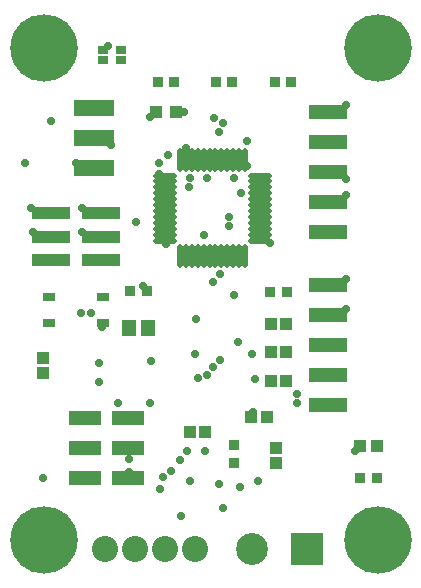
<source format=gts>
G04*
G04 #@! TF.GenerationSoftware,Altium Limited,Altium Designer,24.9.1 (31)*
G04*
G04 Layer_Color=8388736*
%FSLAX44Y44*%
%MOMM*%
G71*
G04*
G04 #@! TF.SameCoordinates,573C6FB0-CD79-483D-94B5-B6DABAD4C9EF*
G04*
G04*
G04 #@! TF.FilePolarity,Negative*
G04*
G01*
G75*
%ADD20R,3.1800X1.2700*%
%ADD21R,0.9121X0.9581*%
%ADD24R,0.9350X0.9621*%
%ADD25R,0.8500X0.6500*%
%ADD26R,0.9906X0.7112*%
%ADD28R,3.3000X1.0200*%
%ADD29R,1.3046X1.4562*%
%ADD30R,0.9581X0.9121*%
%ADD31R,1.0637X1.0621*%
%ADD33O,0.5032X2.0032*%
%ADD34O,2.0032X0.5032*%
%ADD35R,3.3832X1.4732*%
%ADD36R,1.0532X1.1032*%
%ADD37R,1.1032X1.0532*%
%ADD38R,2.7032X1.2032*%
%ADD39R,1.0032X1.0032*%
%ADD40C,0.7032*%
%ADD41R,2.7032X2.7032*%
%ADD42C,2.2032*%
%ADD43C,5.7032*%
%ADD44C,2.7032*%
D20*
X453410Y297180D02*
D03*
Y322580D02*
D03*
Y373380D02*
D03*
Y347980D02*
D03*
Y271780D02*
D03*
Y417830D02*
D03*
Y494030D02*
D03*
Y519430D02*
D03*
Y468630D02*
D03*
Y443230D02*
D03*
D21*
X373380Y222600D02*
D03*
Y237140D02*
D03*
D24*
X358140Y544830D02*
D03*
X372448D02*
D03*
X309076D02*
D03*
X323384D02*
D03*
X408136D02*
D03*
X422444D02*
D03*
X480526Y209550D02*
D03*
X494834D02*
D03*
D25*
X277760Y571940D02*
D03*
Y563440D02*
D03*
X263260Y571940D02*
D03*
Y563440D02*
D03*
D26*
X262530Y341040D02*
D03*
X217530D02*
D03*
X262530Y362540D02*
D03*
X217530D02*
D03*
D28*
X261380Y394020D02*
D03*
X218680D02*
D03*
X261380Y414020D02*
D03*
X218680D02*
D03*
X261380Y434020D02*
D03*
X218680D02*
D03*
D29*
X284874Y336550D02*
D03*
X300990D02*
D03*
D30*
X404210Y367030D02*
D03*
X418750D02*
D03*
X285750Y368300D02*
D03*
X300290D02*
D03*
D31*
X324524Y519430D02*
D03*
X307936D02*
D03*
D33*
X328100Y478650D02*
D03*
X333100D02*
D03*
X338100D02*
D03*
X343100D02*
D03*
X348100D02*
D03*
X353100D02*
D03*
X358100D02*
D03*
X363100D02*
D03*
X368100D02*
D03*
X373100D02*
D03*
X378100D02*
D03*
X383100D02*
D03*
Y397650D02*
D03*
X378100D02*
D03*
X373100D02*
D03*
X368100D02*
D03*
X363100D02*
D03*
X358100D02*
D03*
X353100D02*
D03*
X348100D02*
D03*
X343100D02*
D03*
X338100D02*
D03*
X333100D02*
D03*
X328100D02*
D03*
D34*
X396100Y465650D02*
D03*
Y460650D02*
D03*
Y455650D02*
D03*
Y450650D02*
D03*
Y445650D02*
D03*
Y440650D02*
D03*
Y435650D02*
D03*
Y430650D02*
D03*
Y425650D02*
D03*
Y420650D02*
D03*
Y415650D02*
D03*
Y410650D02*
D03*
X315100D02*
D03*
Y415650D02*
D03*
Y420650D02*
D03*
Y425650D02*
D03*
Y430650D02*
D03*
Y435650D02*
D03*
Y440650D02*
D03*
Y445650D02*
D03*
Y450650D02*
D03*
Y455650D02*
D03*
Y460650D02*
D03*
Y465650D02*
D03*
D35*
X254932Y471688D02*
D03*
Y497088D02*
D03*
Y522488D02*
D03*
D36*
X388320Y261620D02*
D03*
X401320D02*
D03*
X336250Y248920D02*
D03*
X349250D02*
D03*
X417980Y292100D02*
D03*
X404980D02*
D03*
X417980Y316230D02*
D03*
X404980D02*
D03*
X417980Y340360D02*
D03*
X404980D02*
D03*
D37*
X408940Y235250D02*
D03*
Y222250D02*
D03*
X212090Y298300D02*
D03*
Y311300D02*
D03*
D38*
X247330Y209991D02*
D03*
X284330D02*
D03*
X247330Y235391D02*
D03*
X284330D02*
D03*
X247330Y260791D02*
D03*
X284330D02*
D03*
D39*
X495237Y236264D02*
D03*
X480237D02*
D03*
D40*
X340360Y314960D02*
D03*
X336550Y207010D02*
D03*
X388620Y314960D02*
D03*
X373380Y364490D02*
D03*
X356870Y514350D02*
D03*
X309880Y467360D02*
D03*
X296769Y371821D02*
D03*
X378460Y201930D02*
D03*
X391160Y293370D02*
D03*
X284480Y214630D02*
D03*
X333064Y488662D02*
D03*
X252747Y349267D02*
D03*
X243840Y349250D02*
D03*
X360680Y502920D02*
D03*
X317500Y483060D02*
D03*
X309880Y476250D02*
D03*
X369570Y430530D02*
D03*
Y422910D02*
D03*
X347980Y415290D02*
D03*
X361950Y382270D02*
D03*
X355600Y375920D02*
D03*
X364490Y510540D02*
D03*
X327660Y224790D02*
D03*
X320040Y215900D02*
D03*
X426720Y273050D02*
D03*
Y280670D02*
D03*
X259080Y307340D02*
D03*
X291179Y426251D02*
D03*
X313690Y210820D02*
D03*
X350520Y297180D02*
D03*
X355600Y303530D02*
D03*
X361950Y309880D02*
D03*
X336550Y463550D02*
D03*
X335280Y455930D02*
D03*
X316230Y407670D02*
D03*
X302260Y515620D02*
D03*
X350520Y463550D02*
D03*
X331470Y519430D02*
D03*
X384810Y495300D02*
D03*
X373380Y463550D02*
D03*
X384810Y473710D02*
D03*
X379730Y450850D02*
D03*
X349250Y232410D02*
D03*
X328930Y177800D02*
D03*
X261620Y337820D02*
D03*
X468630Y353060D02*
D03*
X245110Y417830D02*
D03*
X389890Y265430D02*
D03*
X342900Y294640D02*
D03*
X303530Y308610D02*
D03*
X364490Y184150D02*
D03*
X341630Y344170D02*
D03*
X334010Y232410D02*
D03*
X393700Y207010D02*
D03*
X311150Y200660D02*
D03*
X360680Y204470D02*
D03*
X377190Y325120D02*
D03*
X240030Y476250D02*
D03*
X196850D02*
D03*
X218440Y511810D02*
D03*
X245110Y438150D02*
D03*
X203200Y417830D02*
D03*
X275590Y273050D02*
D03*
X302260D02*
D03*
X284480Y226060D02*
D03*
X259080Y290830D02*
D03*
X269240Y491490D02*
D03*
X403860Y408940D02*
D03*
X266700Y575310D02*
D03*
X212311Y209771D02*
D03*
X468630Y449580D02*
D03*
X468960Y462610D02*
D03*
X476250Y232410D02*
D03*
X201930Y438150D02*
D03*
X468630Y378460D02*
D03*
Y525780D02*
D03*
D41*
X435610Y149860D02*
D03*
D42*
X289560D02*
D03*
X264160D02*
D03*
X314960D02*
D03*
X340360D02*
D03*
D43*
X495417Y156827D02*
D03*
X212676Y156846D02*
D03*
X495462Y573989D02*
D03*
X212704Y574025D02*
D03*
D44*
X388620Y149860D02*
D03*
M02*

</source>
